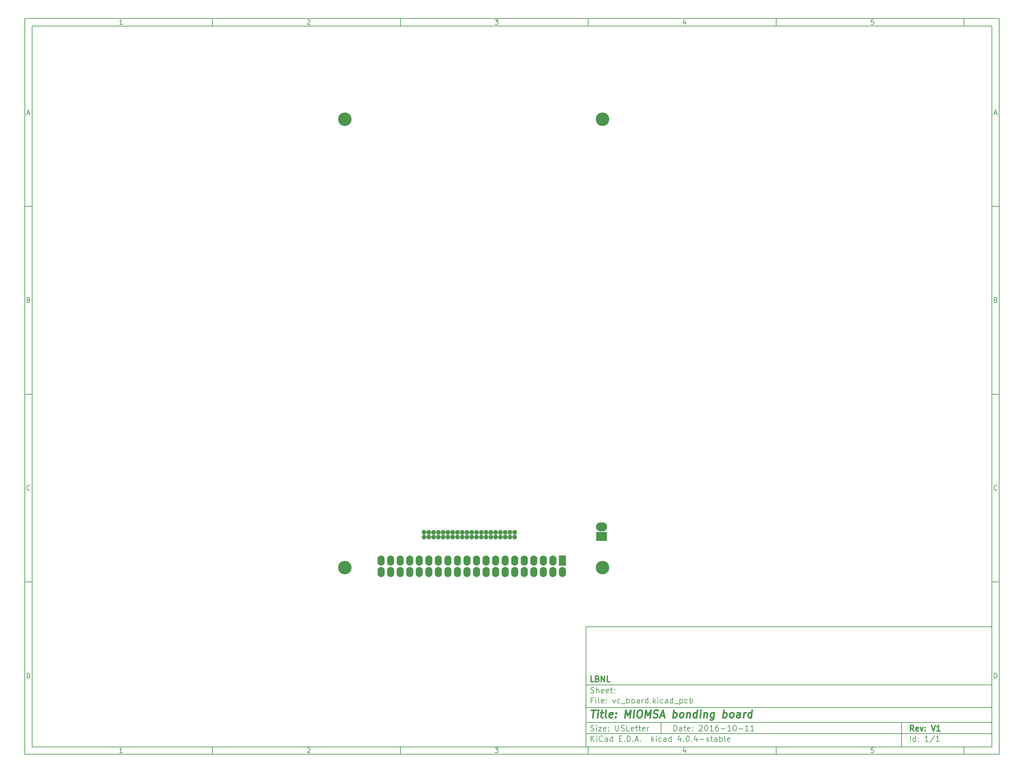
<source format=gbr>
G04 #@! TF.FileFunction,Soldermask,Bot*
%FSLAX46Y46*%
G04 Gerber Fmt 4.6, Leading zero omitted, Abs format (unit mm)*
G04 Created by KiCad (PCBNEW 4.0.4-stable) date 2016 October 17, Monday 14:47:50*
%MOMM*%
%LPD*%
G01*
G04 APERTURE LIST*
%ADD10C,0.100000*%
%ADD11C,0.150000*%
%ADD12C,0.300000*%
%ADD13C,0.400000*%
%ADD14C,1.300000*%
%ADD15R,3.000000X2.400000*%
%ADD16O,3.000000X2.400000*%
%ADD17C,3.600000*%
%ADD18R,1.924000X2.686000*%
%ADD19O,1.924000X2.686000*%
G04 APERTURE END LIST*
D10*
D11*
X159400000Y-171900000D02*
X159400000Y-203900000D01*
X267400000Y-203900000D01*
X267400000Y-171900000D01*
X159400000Y-171900000D01*
D10*
D11*
X10000000Y-10000000D02*
X10000000Y-205900000D01*
X269400000Y-205900000D01*
X269400000Y-10000000D01*
X10000000Y-10000000D01*
D10*
D11*
X12000000Y-12000000D02*
X12000000Y-203900000D01*
X267400000Y-203900000D01*
X267400000Y-12000000D01*
X12000000Y-12000000D01*
D10*
D11*
X60000000Y-12000000D02*
X60000000Y-10000000D01*
D10*
D11*
X110000000Y-12000000D02*
X110000000Y-10000000D01*
D10*
D11*
X160000000Y-12000000D02*
X160000000Y-10000000D01*
D10*
D11*
X210000000Y-12000000D02*
X210000000Y-10000000D01*
D10*
D11*
X260000000Y-12000000D02*
X260000000Y-10000000D01*
D10*
D11*
X35990476Y-11588095D02*
X35247619Y-11588095D01*
X35619048Y-11588095D02*
X35619048Y-10288095D01*
X35495238Y-10473810D01*
X35371429Y-10597619D01*
X35247619Y-10659524D01*
D10*
D11*
X85247619Y-10411905D02*
X85309524Y-10350000D01*
X85433333Y-10288095D01*
X85742857Y-10288095D01*
X85866667Y-10350000D01*
X85928571Y-10411905D01*
X85990476Y-10535714D01*
X85990476Y-10659524D01*
X85928571Y-10845238D01*
X85185714Y-11588095D01*
X85990476Y-11588095D01*
D10*
D11*
X135185714Y-10288095D02*
X135990476Y-10288095D01*
X135557143Y-10783333D01*
X135742857Y-10783333D01*
X135866667Y-10845238D01*
X135928571Y-10907143D01*
X135990476Y-11030952D01*
X135990476Y-11340476D01*
X135928571Y-11464286D01*
X135866667Y-11526190D01*
X135742857Y-11588095D01*
X135371429Y-11588095D01*
X135247619Y-11526190D01*
X135185714Y-11464286D01*
D10*
D11*
X185866667Y-10721429D02*
X185866667Y-11588095D01*
X185557143Y-10226190D02*
X185247619Y-11154762D01*
X186052381Y-11154762D01*
D10*
D11*
X235928571Y-10288095D02*
X235309524Y-10288095D01*
X235247619Y-10907143D01*
X235309524Y-10845238D01*
X235433333Y-10783333D01*
X235742857Y-10783333D01*
X235866667Y-10845238D01*
X235928571Y-10907143D01*
X235990476Y-11030952D01*
X235990476Y-11340476D01*
X235928571Y-11464286D01*
X235866667Y-11526190D01*
X235742857Y-11588095D01*
X235433333Y-11588095D01*
X235309524Y-11526190D01*
X235247619Y-11464286D01*
D10*
D11*
X60000000Y-203900000D02*
X60000000Y-205900000D01*
D10*
D11*
X110000000Y-203900000D02*
X110000000Y-205900000D01*
D10*
D11*
X160000000Y-203900000D02*
X160000000Y-205900000D01*
D10*
D11*
X210000000Y-203900000D02*
X210000000Y-205900000D01*
D10*
D11*
X260000000Y-203900000D02*
X260000000Y-205900000D01*
D10*
D11*
X35990476Y-205488095D02*
X35247619Y-205488095D01*
X35619048Y-205488095D02*
X35619048Y-204188095D01*
X35495238Y-204373810D01*
X35371429Y-204497619D01*
X35247619Y-204559524D01*
D10*
D11*
X85247619Y-204311905D02*
X85309524Y-204250000D01*
X85433333Y-204188095D01*
X85742857Y-204188095D01*
X85866667Y-204250000D01*
X85928571Y-204311905D01*
X85990476Y-204435714D01*
X85990476Y-204559524D01*
X85928571Y-204745238D01*
X85185714Y-205488095D01*
X85990476Y-205488095D01*
D10*
D11*
X135185714Y-204188095D02*
X135990476Y-204188095D01*
X135557143Y-204683333D01*
X135742857Y-204683333D01*
X135866667Y-204745238D01*
X135928571Y-204807143D01*
X135990476Y-204930952D01*
X135990476Y-205240476D01*
X135928571Y-205364286D01*
X135866667Y-205426190D01*
X135742857Y-205488095D01*
X135371429Y-205488095D01*
X135247619Y-205426190D01*
X135185714Y-205364286D01*
D10*
D11*
X185866667Y-204621429D02*
X185866667Y-205488095D01*
X185557143Y-204126190D02*
X185247619Y-205054762D01*
X186052381Y-205054762D01*
D10*
D11*
X235928571Y-204188095D02*
X235309524Y-204188095D01*
X235247619Y-204807143D01*
X235309524Y-204745238D01*
X235433333Y-204683333D01*
X235742857Y-204683333D01*
X235866667Y-204745238D01*
X235928571Y-204807143D01*
X235990476Y-204930952D01*
X235990476Y-205240476D01*
X235928571Y-205364286D01*
X235866667Y-205426190D01*
X235742857Y-205488095D01*
X235433333Y-205488095D01*
X235309524Y-205426190D01*
X235247619Y-205364286D01*
D10*
D11*
X10000000Y-60000000D02*
X12000000Y-60000000D01*
D10*
D11*
X10000000Y-110000000D02*
X12000000Y-110000000D01*
D10*
D11*
X10000000Y-160000000D02*
X12000000Y-160000000D01*
D10*
D11*
X10690476Y-35216667D02*
X11309524Y-35216667D01*
X10566667Y-35588095D02*
X11000000Y-34288095D01*
X11433333Y-35588095D01*
D10*
D11*
X11092857Y-84907143D02*
X11278571Y-84969048D01*
X11340476Y-85030952D01*
X11402381Y-85154762D01*
X11402381Y-85340476D01*
X11340476Y-85464286D01*
X11278571Y-85526190D01*
X11154762Y-85588095D01*
X10659524Y-85588095D01*
X10659524Y-84288095D01*
X11092857Y-84288095D01*
X11216667Y-84350000D01*
X11278571Y-84411905D01*
X11340476Y-84535714D01*
X11340476Y-84659524D01*
X11278571Y-84783333D01*
X11216667Y-84845238D01*
X11092857Y-84907143D01*
X10659524Y-84907143D01*
D10*
D11*
X11402381Y-135464286D02*
X11340476Y-135526190D01*
X11154762Y-135588095D01*
X11030952Y-135588095D01*
X10845238Y-135526190D01*
X10721429Y-135402381D01*
X10659524Y-135278571D01*
X10597619Y-135030952D01*
X10597619Y-134845238D01*
X10659524Y-134597619D01*
X10721429Y-134473810D01*
X10845238Y-134350000D01*
X11030952Y-134288095D01*
X11154762Y-134288095D01*
X11340476Y-134350000D01*
X11402381Y-134411905D01*
D10*
D11*
X10659524Y-185588095D02*
X10659524Y-184288095D01*
X10969048Y-184288095D01*
X11154762Y-184350000D01*
X11278571Y-184473810D01*
X11340476Y-184597619D01*
X11402381Y-184845238D01*
X11402381Y-185030952D01*
X11340476Y-185278571D01*
X11278571Y-185402381D01*
X11154762Y-185526190D01*
X10969048Y-185588095D01*
X10659524Y-185588095D01*
D10*
D11*
X269400000Y-60000000D02*
X267400000Y-60000000D01*
D10*
D11*
X269400000Y-110000000D02*
X267400000Y-110000000D01*
D10*
D11*
X269400000Y-160000000D02*
X267400000Y-160000000D01*
D10*
D11*
X268090476Y-35216667D02*
X268709524Y-35216667D01*
X267966667Y-35588095D02*
X268400000Y-34288095D01*
X268833333Y-35588095D01*
D10*
D11*
X268492857Y-84907143D02*
X268678571Y-84969048D01*
X268740476Y-85030952D01*
X268802381Y-85154762D01*
X268802381Y-85340476D01*
X268740476Y-85464286D01*
X268678571Y-85526190D01*
X268554762Y-85588095D01*
X268059524Y-85588095D01*
X268059524Y-84288095D01*
X268492857Y-84288095D01*
X268616667Y-84350000D01*
X268678571Y-84411905D01*
X268740476Y-84535714D01*
X268740476Y-84659524D01*
X268678571Y-84783333D01*
X268616667Y-84845238D01*
X268492857Y-84907143D01*
X268059524Y-84907143D01*
D10*
D11*
X268802381Y-135464286D02*
X268740476Y-135526190D01*
X268554762Y-135588095D01*
X268430952Y-135588095D01*
X268245238Y-135526190D01*
X268121429Y-135402381D01*
X268059524Y-135278571D01*
X267997619Y-135030952D01*
X267997619Y-134845238D01*
X268059524Y-134597619D01*
X268121429Y-134473810D01*
X268245238Y-134350000D01*
X268430952Y-134288095D01*
X268554762Y-134288095D01*
X268740476Y-134350000D01*
X268802381Y-134411905D01*
D10*
D11*
X268059524Y-185588095D02*
X268059524Y-184288095D01*
X268369048Y-184288095D01*
X268554762Y-184350000D01*
X268678571Y-184473810D01*
X268740476Y-184597619D01*
X268802381Y-184845238D01*
X268802381Y-185030952D01*
X268740476Y-185278571D01*
X268678571Y-185402381D01*
X268554762Y-185526190D01*
X268369048Y-185588095D01*
X268059524Y-185588095D01*
D10*
D11*
X182757143Y-199678571D02*
X182757143Y-198178571D01*
X183114286Y-198178571D01*
X183328571Y-198250000D01*
X183471429Y-198392857D01*
X183542857Y-198535714D01*
X183614286Y-198821429D01*
X183614286Y-199035714D01*
X183542857Y-199321429D01*
X183471429Y-199464286D01*
X183328571Y-199607143D01*
X183114286Y-199678571D01*
X182757143Y-199678571D01*
X184900000Y-199678571D02*
X184900000Y-198892857D01*
X184828571Y-198750000D01*
X184685714Y-198678571D01*
X184400000Y-198678571D01*
X184257143Y-198750000D01*
X184900000Y-199607143D02*
X184757143Y-199678571D01*
X184400000Y-199678571D01*
X184257143Y-199607143D01*
X184185714Y-199464286D01*
X184185714Y-199321429D01*
X184257143Y-199178571D01*
X184400000Y-199107143D01*
X184757143Y-199107143D01*
X184900000Y-199035714D01*
X185400000Y-198678571D02*
X185971429Y-198678571D01*
X185614286Y-198178571D02*
X185614286Y-199464286D01*
X185685714Y-199607143D01*
X185828572Y-199678571D01*
X185971429Y-199678571D01*
X187042857Y-199607143D02*
X186900000Y-199678571D01*
X186614286Y-199678571D01*
X186471429Y-199607143D01*
X186400000Y-199464286D01*
X186400000Y-198892857D01*
X186471429Y-198750000D01*
X186614286Y-198678571D01*
X186900000Y-198678571D01*
X187042857Y-198750000D01*
X187114286Y-198892857D01*
X187114286Y-199035714D01*
X186400000Y-199178571D01*
X187757143Y-199535714D02*
X187828571Y-199607143D01*
X187757143Y-199678571D01*
X187685714Y-199607143D01*
X187757143Y-199535714D01*
X187757143Y-199678571D01*
X187757143Y-198750000D02*
X187828571Y-198821429D01*
X187757143Y-198892857D01*
X187685714Y-198821429D01*
X187757143Y-198750000D01*
X187757143Y-198892857D01*
X189542857Y-198321429D02*
X189614286Y-198250000D01*
X189757143Y-198178571D01*
X190114286Y-198178571D01*
X190257143Y-198250000D01*
X190328572Y-198321429D01*
X190400000Y-198464286D01*
X190400000Y-198607143D01*
X190328572Y-198821429D01*
X189471429Y-199678571D01*
X190400000Y-199678571D01*
X191328571Y-198178571D02*
X191471428Y-198178571D01*
X191614285Y-198250000D01*
X191685714Y-198321429D01*
X191757143Y-198464286D01*
X191828571Y-198750000D01*
X191828571Y-199107143D01*
X191757143Y-199392857D01*
X191685714Y-199535714D01*
X191614285Y-199607143D01*
X191471428Y-199678571D01*
X191328571Y-199678571D01*
X191185714Y-199607143D01*
X191114285Y-199535714D01*
X191042857Y-199392857D01*
X190971428Y-199107143D01*
X190971428Y-198750000D01*
X191042857Y-198464286D01*
X191114285Y-198321429D01*
X191185714Y-198250000D01*
X191328571Y-198178571D01*
X193257142Y-199678571D02*
X192399999Y-199678571D01*
X192828571Y-199678571D02*
X192828571Y-198178571D01*
X192685714Y-198392857D01*
X192542856Y-198535714D01*
X192399999Y-198607143D01*
X194542856Y-198178571D02*
X194257142Y-198178571D01*
X194114285Y-198250000D01*
X194042856Y-198321429D01*
X193899999Y-198535714D01*
X193828570Y-198821429D01*
X193828570Y-199392857D01*
X193899999Y-199535714D01*
X193971427Y-199607143D01*
X194114285Y-199678571D01*
X194399999Y-199678571D01*
X194542856Y-199607143D01*
X194614285Y-199535714D01*
X194685713Y-199392857D01*
X194685713Y-199035714D01*
X194614285Y-198892857D01*
X194542856Y-198821429D01*
X194399999Y-198750000D01*
X194114285Y-198750000D01*
X193971427Y-198821429D01*
X193899999Y-198892857D01*
X193828570Y-199035714D01*
X195328570Y-199107143D02*
X196471427Y-199107143D01*
X197971427Y-199678571D02*
X197114284Y-199678571D01*
X197542856Y-199678571D02*
X197542856Y-198178571D01*
X197399999Y-198392857D01*
X197257141Y-198535714D01*
X197114284Y-198607143D01*
X198899998Y-198178571D02*
X199042855Y-198178571D01*
X199185712Y-198250000D01*
X199257141Y-198321429D01*
X199328570Y-198464286D01*
X199399998Y-198750000D01*
X199399998Y-199107143D01*
X199328570Y-199392857D01*
X199257141Y-199535714D01*
X199185712Y-199607143D01*
X199042855Y-199678571D01*
X198899998Y-199678571D01*
X198757141Y-199607143D01*
X198685712Y-199535714D01*
X198614284Y-199392857D01*
X198542855Y-199107143D01*
X198542855Y-198750000D01*
X198614284Y-198464286D01*
X198685712Y-198321429D01*
X198757141Y-198250000D01*
X198899998Y-198178571D01*
X200042855Y-199107143D02*
X201185712Y-199107143D01*
X202685712Y-199678571D02*
X201828569Y-199678571D01*
X202257141Y-199678571D02*
X202257141Y-198178571D01*
X202114284Y-198392857D01*
X201971426Y-198535714D01*
X201828569Y-198607143D01*
X204114283Y-199678571D02*
X203257140Y-199678571D01*
X203685712Y-199678571D02*
X203685712Y-198178571D01*
X203542855Y-198392857D01*
X203399997Y-198535714D01*
X203257140Y-198607143D01*
D10*
D11*
X159400000Y-200400000D02*
X267400000Y-200400000D01*
D10*
D11*
X160757143Y-202478571D02*
X160757143Y-200978571D01*
X161614286Y-202478571D02*
X160971429Y-201621429D01*
X161614286Y-200978571D02*
X160757143Y-201835714D01*
X162257143Y-202478571D02*
X162257143Y-201478571D01*
X162257143Y-200978571D02*
X162185714Y-201050000D01*
X162257143Y-201121429D01*
X162328571Y-201050000D01*
X162257143Y-200978571D01*
X162257143Y-201121429D01*
X163828572Y-202335714D02*
X163757143Y-202407143D01*
X163542857Y-202478571D01*
X163400000Y-202478571D01*
X163185715Y-202407143D01*
X163042857Y-202264286D01*
X162971429Y-202121429D01*
X162900000Y-201835714D01*
X162900000Y-201621429D01*
X162971429Y-201335714D01*
X163042857Y-201192857D01*
X163185715Y-201050000D01*
X163400000Y-200978571D01*
X163542857Y-200978571D01*
X163757143Y-201050000D01*
X163828572Y-201121429D01*
X165114286Y-202478571D02*
X165114286Y-201692857D01*
X165042857Y-201550000D01*
X164900000Y-201478571D01*
X164614286Y-201478571D01*
X164471429Y-201550000D01*
X165114286Y-202407143D02*
X164971429Y-202478571D01*
X164614286Y-202478571D01*
X164471429Y-202407143D01*
X164400000Y-202264286D01*
X164400000Y-202121429D01*
X164471429Y-201978571D01*
X164614286Y-201907143D01*
X164971429Y-201907143D01*
X165114286Y-201835714D01*
X166471429Y-202478571D02*
X166471429Y-200978571D01*
X166471429Y-202407143D02*
X166328572Y-202478571D01*
X166042858Y-202478571D01*
X165900000Y-202407143D01*
X165828572Y-202335714D01*
X165757143Y-202192857D01*
X165757143Y-201764286D01*
X165828572Y-201621429D01*
X165900000Y-201550000D01*
X166042858Y-201478571D01*
X166328572Y-201478571D01*
X166471429Y-201550000D01*
X168328572Y-201692857D02*
X168828572Y-201692857D01*
X169042858Y-202478571D02*
X168328572Y-202478571D01*
X168328572Y-200978571D01*
X169042858Y-200978571D01*
X169685715Y-202335714D02*
X169757143Y-202407143D01*
X169685715Y-202478571D01*
X169614286Y-202407143D01*
X169685715Y-202335714D01*
X169685715Y-202478571D01*
X170400001Y-202478571D02*
X170400001Y-200978571D01*
X170757144Y-200978571D01*
X170971429Y-201050000D01*
X171114287Y-201192857D01*
X171185715Y-201335714D01*
X171257144Y-201621429D01*
X171257144Y-201835714D01*
X171185715Y-202121429D01*
X171114287Y-202264286D01*
X170971429Y-202407143D01*
X170757144Y-202478571D01*
X170400001Y-202478571D01*
X171900001Y-202335714D02*
X171971429Y-202407143D01*
X171900001Y-202478571D01*
X171828572Y-202407143D01*
X171900001Y-202335714D01*
X171900001Y-202478571D01*
X172542858Y-202050000D02*
X173257144Y-202050000D01*
X172400001Y-202478571D02*
X172900001Y-200978571D01*
X173400001Y-202478571D01*
X173900001Y-202335714D02*
X173971429Y-202407143D01*
X173900001Y-202478571D01*
X173828572Y-202407143D01*
X173900001Y-202335714D01*
X173900001Y-202478571D01*
X176900001Y-202478571D02*
X176900001Y-200978571D01*
X177042858Y-201907143D02*
X177471429Y-202478571D01*
X177471429Y-201478571D02*
X176900001Y-202050000D01*
X178114287Y-202478571D02*
X178114287Y-201478571D01*
X178114287Y-200978571D02*
X178042858Y-201050000D01*
X178114287Y-201121429D01*
X178185715Y-201050000D01*
X178114287Y-200978571D01*
X178114287Y-201121429D01*
X179471430Y-202407143D02*
X179328573Y-202478571D01*
X179042859Y-202478571D01*
X178900001Y-202407143D01*
X178828573Y-202335714D01*
X178757144Y-202192857D01*
X178757144Y-201764286D01*
X178828573Y-201621429D01*
X178900001Y-201550000D01*
X179042859Y-201478571D01*
X179328573Y-201478571D01*
X179471430Y-201550000D01*
X180757144Y-202478571D02*
X180757144Y-201692857D01*
X180685715Y-201550000D01*
X180542858Y-201478571D01*
X180257144Y-201478571D01*
X180114287Y-201550000D01*
X180757144Y-202407143D02*
X180614287Y-202478571D01*
X180257144Y-202478571D01*
X180114287Y-202407143D01*
X180042858Y-202264286D01*
X180042858Y-202121429D01*
X180114287Y-201978571D01*
X180257144Y-201907143D01*
X180614287Y-201907143D01*
X180757144Y-201835714D01*
X182114287Y-202478571D02*
X182114287Y-200978571D01*
X182114287Y-202407143D02*
X181971430Y-202478571D01*
X181685716Y-202478571D01*
X181542858Y-202407143D01*
X181471430Y-202335714D01*
X181400001Y-202192857D01*
X181400001Y-201764286D01*
X181471430Y-201621429D01*
X181542858Y-201550000D01*
X181685716Y-201478571D01*
X181971430Y-201478571D01*
X182114287Y-201550000D01*
X184614287Y-201478571D02*
X184614287Y-202478571D01*
X184257144Y-200907143D02*
X183900001Y-201978571D01*
X184828573Y-201978571D01*
X185400001Y-202335714D02*
X185471429Y-202407143D01*
X185400001Y-202478571D01*
X185328572Y-202407143D01*
X185400001Y-202335714D01*
X185400001Y-202478571D01*
X186400001Y-200978571D02*
X186542858Y-200978571D01*
X186685715Y-201050000D01*
X186757144Y-201121429D01*
X186828573Y-201264286D01*
X186900001Y-201550000D01*
X186900001Y-201907143D01*
X186828573Y-202192857D01*
X186757144Y-202335714D01*
X186685715Y-202407143D01*
X186542858Y-202478571D01*
X186400001Y-202478571D01*
X186257144Y-202407143D01*
X186185715Y-202335714D01*
X186114287Y-202192857D01*
X186042858Y-201907143D01*
X186042858Y-201550000D01*
X186114287Y-201264286D01*
X186185715Y-201121429D01*
X186257144Y-201050000D01*
X186400001Y-200978571D01*
X187542858Y-202335714D02*
X187614286Y-202407143D01*
X187542858Y-202478571D01*
X187471429Y-202407143D01*
X187542858Y-202335714D01*
X187542858Y-202478571D01*
X188900001Y-201478571D02*
X188900001Y-202478571D01*
X188542858Y-200907143D02*
X188185715Y-201978571D01*
X189114287Y-201978571D01*
X189685715Y-201907143D02*
X190828572Y-201907143D01*
X191471429Y-202407143D02*
X191614286Y-202478571D01*
X191900001Y-202478571D01*
X192042858Y-202407143D01*
X192114286Y-202264286D01*
X192114286Y-202192857D01*
X192042858Y-202050000D01*
X191900001Y-201978571D01*
X191685715Y-201978571D01*
X191542858Y-201907143D01*
X191471429Y-201764286D01*
X191471429Y-201692857D01*
X191542858Y-201550000D01*
X191685715Y-201478571D01*
X191900001Y-201478571D01*
X192042858Y-201550000D01*
X192542858Y-201478571D02*
X193114287Y-201478571D01*
X192757144Y-200978571D02*
X192757144Y-202264286D01*
X192828572Y-202407143D01*
X192971430Y-202478571D01*
X193114287Y-202478571D01*
X194257144Y-202478571D02*
X194257144Y-201692857D01*
X194185715Y-201550000D01*
X194042858Y-201478571D01*
X193757144Y-201478571D01*
X193614287Y-201550000D01*
X194257144Y-202407143D02*
X194114287Y-202478571D01*
X193757144Y-202478571D01*
X193614287Y-202407143D01*
X193542858Y-202264286D01*
X193542858Y-202121429D01*
X193614287Y-201978571D01*
X193757144Y-201907143D01*
X194114287Y-201907143D01*
X194257144Y-201835714D01*
X194971430Y-202478571D02*
X194971430Y-200978571D01*
X194971430Y-201550000D02*
X195114287Y-201478571D01*
X195400001Y-201478571D01*
X195542858Y-201550000D01*
X195614287Y-201621429D01*
X195685716Y-201764286D01*
X195685716Y-202192857D01*
X195614287Y-202335714D01*
X195542858Y-202407143D01*
X195400001Y-202478571D01*
X195114287Y-202478571D01*
X194971430Y-202407143D01*
X196542859Y-202478571D02*
X196400001Y-202407143D01*
X196328573Y-202264286D01*
X196328573Y-200978571D01*
X197685715Y-202407143D02*
X197542858Y-202478571D01*
X197257144Y-202478571D01*
X197114287Y-202407143D01*
X197042858Y-202264286D01*
X197042858Y-201692857D01*
X197114287Y-201550000D01*
X197257144Y-201478571D01*
X197542858Y-201478571D01*
X197685715Y-201550000D01*
X197757144Y-201692857D01*
X197757144Y-201835714D01*
X197042858Y-201978571D01*
D10*
D11*
X159400000Y-197400000D02*
X267400000Y-197400000D01*
D10*
D12*
X246614286Y-199678571D02*
X246114286Y-198964286D01*
X245757143Y-199678571D02*
X245757143Y-198178571D01*
X246328571Y-198178571D01*
X246471429Y-198250000D01*
X246542857Y-198321429D01*
X246614286Y-198464286D01*
X246614286Y-198678571D01*
X246542857Y-198821429D01*
X246471429Y-198892857D01*
X246328571Y-198964286D01*
X245757143Y-198964286D01*
X247828571Y-199607143D02*
X247685714Y-199678571D01*
X247400000Y-199678571D01*
X247257143Y-199607143D01*
X247185714Y-199464286D01*
X247185714Y-198892857D01*
X247257143Y-198750000D01*
X247400000Y-198678571D01*
X247685714Y-198678571D01*
X247828571Y-198750000D01*
X247900000Y-198892857D01*
X247900000Y-199035714D01*
X247185714Y-199178571D01*
X248400000Y-198678571D02*
X248757143Y-199678571D01*
X249114285Y-198678571D01*
X249685714Y-199535714D02*
X249757142Y-199607143D01*
X249685714Y-199678571D01*
X249614285Y-199607143D01*
X249685714Y-199535714D01*
X249685714Y-199678571D01*
X249685714Y-198750000D02*
X249757142Y-198821429D01*
X249685714Y-198892857D01*
X249614285Y-198821429D01*
X249685714Y-198750000D01*
X249685714Y-198892857D01*
X251328571Y-198178571D02*
X251828571Y-199678571D01*
X252328571Y-198178571D01*
X253614285Y-199678571D02*
X252757142Y-199678571D01*
X253185714Y-199678571D02*
X253185714Y-198178571D01*
X253042857Y-198392857D01*
X252899999Y-198535714D01*
X252757142Y-198607143D01*
D10*
D11*
X160685714Y-199607143D02*
X160900000Y-199678571D01*
X161257143Y-199678571D01*
X161400000Y-199607143D01*
X161471429Y-199535714D01*
X161542857Y-199392857D01*
X161542857Y-199250000D01*
X161471429Y-199107143D01*
X161400000Y-199035714D01*
X161257143Y-198964286D01*
X160971429Y-198892857D01*
X160828571Y-198821429D01*
X160757143Y-198750000D01*
X160685714Y-198607143D01*
X160685714Y-198464286D01*
X160757143Y-198321429D01*
X160828571Y-198250000D01*
X160971429Y-198178571D01*
X161328571Y-198178571D01*
X161542857Y-198250000D01*
X162185714Y-199678571D02*
X162185714Y-198678571D01*
X162185714Y-198178571D02*
X162114285Y-198250000D01*
X162185714Y-198321429D01*
X162257142Y-198250000D01*
X162185714Y-198178571D01*
X162185714Y-198321429D01*
X162757143Y-198678571D02*
X163542857Y-198678571D01*
X162757143Y-199678571D01*
X163542857Y-199678571D01*
X164685714Y-199607143D02*
X164542857Y-199678571D01*
X164257143Y-199678571D01*
X164114286Y-199607143D01*
X164042857Y-199464286D01*
X164042857Y-198892857D01*
X164114286Y-198750000D01*
X164257143Y-198678571D01*
X164542857Y-198678571D01*
X164685714Y-198750000D01*
X164757143Y-198892857D01*
X164757143Y-199035714D01*
X164042857Y-199178571D01*
X165400000Y-199535714D02*
X165471428Y-199607143D01*
X165400000Y-199678571D01*
X165328571Y-199607143D01*
X165400000Y-199535714D01*
X165400000Y-199678571D01*
X165400000Y-198750000D02*
X165471428Y-198821429D01*
X165400000Y-198892857D01*
X165328571Y-198821429D01*
X165400000Y-198750000D01*
X165400000Y-198892857D01*
X167257143Y-198178571D02*
X167257143Y-199392857D01*
X167328571Y-199535714D01*
X167400000Y-199607143D01*
X167542857Y-199678571D01*
X167828571Y-199678571D01*
X167971429Y-199607143D01*
X168042857Y-199535714D01*
X168114286Y-199392857D01*
X168114286Y-198178571D01*
X168757143Y-199607143D02*
X168971429Y-199678571D01*
X169328572Y-199678571D01*
X169471429Y-199607143D01*
X169542858Y-199535714D01*
X169614286Y-199392857D01*
X169614286Y-199250000D01*
X169542858Y-199107143D01*
X169471429Y-199035714D01*
X169328572Y-198964286D01*
X169042858Y-198892857D01*
X168900000Y-198821429D01*
X168828572Y-198750000D01*
X168757143Y-198607143D01*
X168757143Y-198464286D01*
X168828572Y-198321429D01*
X168900000Y-198250000D01*
X169042858Y-198178571D01*
X169400000Y-198178571D01*
X169614286Y-198250000D01*
X170971429Y-199678571D02*
X170257143Y-199678571D01*
X170257143Y-198178571D01*
X172042857Y-199607143D02*
X171900000Y-199678571D01*
X171614286Y-199678571D01*
X171471429Y-199607143D01*
X171400000Y-199464286D01*
X171400000Y-198892857D01*
X171471429Y-198750000D01*
X171614286Y-198678571D01*
X171900000Y-198678571D01*
X172042857Y-198750000D01*
X172114286Y-198892857D01*
X172114286Y-199035714D01*
X171400000Y-199178571D01*
X172542857Y-198678571D02*
X173114286Y-198678571D01*
X172757143Y-198178571D02*
X172757143Y-199464286D01*
X172828571Y-199607143D01*
X172971429Y-199678571D01*
X173114286Y-199678571D01*
X173400000Y-198678571D02*
X173971429Y-198678571D01*
X173614286Y-198178571D02*
X173614286Y-199464286D01*
X173685714Y-199607143D01*
X173828572Y-199678571D01*
X173971429Y-199678571D01*
X175042857Y-199607143D02*
X174900000Y-199678571D01*
X174614286Y-199678571D01*
X174471429Y-199607143D01*
X174400000Y-199464286D01*
X174400000Y-198892857D01*
X174471429Y-198750000D01*
X174614286Y-198678571D01*
X174900000Y-198678571D01*
X175042857Y-198750000D01*
X175114286Y-198892857D01*
X175114286Y-199035714D01*
X174400000Y-199178571D01*
X175757143Y-199678571D02*
X175757143Y-198678571D01*
X175757143Y-198964286D02*
X175828571Y-198821429D01*
X175900000Y-198750000D01*
X176042857Y-198678571D01*
X176185714Y-198678571D01*
D10*
D11*
X245757143Y-202478571D02*
X245757143Y-200978571D01*
X247114286Y-202478571D02*
X247114286Y-200978571D01*
X247114286Y-202407143D02*
X246971429Y-202478571D01*
X246685715Y-202478571D01*
X246542857Y-202407143D01*
X246471429Y-202335714D01*
X246400000Y-202192857D01*
X246400000Y-201764286D01*
X246471429Y-201621429D01*
X246542857Y-201550000D01*
X246685715Y-201478571D01*
X246971429Y-201478571D01*
X247114286Y-201550000D01*
X247828572Y-202335714D02*
X247900000Y-202407143D01*
X247828572Y-202478571D01*
X247757143Y-202407143D01*
X247828572Y-202335714D01*
X247828572Y-202478571D01*
X247828572Y-201550000D02*
X247900000Y-201621429D01*
X247828572Y-201692857D01*
X247757143Y-201621429D01*
X247828572Y-201550000D01*
X247828572Y-201692857D01*
X250471429Y-202478571D02*
X249614286Y-202478571D01*
X250042858Y-202478571D02*
X250042858Y-200978571D01*
X249900001Y-201192857D01*
X249757143Y-201335714D01*
X249614286Y-201407143D01*
X252185714Y-200907143D02*
X250900000Y-202835714D01*
X253471429Y-202478571D02*
X252614286Y-202478571D01*
X253042858Y-202478571D02*
X253042858Y-200978571D01*
X252900001Y-201192857D01*
X252757143Y-201335714D01*
X252614286Y-201407143D01*
D10*
D11*
X159400000Y-193400000D02*
X267400000Y-193400000D01*
D10*
D13*
X160852381Y-194104762D02*
X161995238Y-194104762D01*
X161173810Y-196104762D02*
X161423810Y-194104762D01*
X162411905Y-196104762D02*
X162578571Y-194771429D01*
X162661905Y-194104762D02*
X162554762Y-194200000D01*
X162638095Y-194295238D01*
X162745239Y-194200000D01*
X162661905Y-194104762D01*
X162638095Y-194295238D01*
X163245238Y-194771429D02*
X164007143Y-194771429D01*
X163614286Y-194104762D02*
X163400000Y-195819048D01*
X163471430Y-196009524D01*
X163650001Y-196104762D01*
X163840477Y-196104762D01*
X164792858Y-196104762D02*
X164614287Y-196009524D01*
X164542857Y-195819048D01*
X164757143Y-194104762D01*
X166328572Y-196009524D02*
X166126191Y-196104762D01*
X165745239Y-196104762D01*
X165566667Y-196009524D01*
X165495238Y-195819048D01*
X165590476Y-195057143D01*
X165709524Y-194866667D01*
X165911905Y-194771429D01*
X166292857Y-194771429D01*
X166471429Y-194866667D01*
X166542857Y-195057143D01*
X166519048Y-195247619D01*
X165542857Y-195438095D01*
X167292857Y-195914286D02*
X167376192Y-196009524D01*
X167269048Y-196104762D01*
X167185715Y-196009524D01*
X167292857Y-195914286D01*
X167269048Y-196104762D01*
X167423810Y-194866667D02*
X167507144Y-194961905D01*
X167400000Y-195057143D01*
X167316667Y-194961905D01*
X167423810Y-194866667D01*
X167400000Y-195057143D01*
X169745239Y-196104762D02*
X169995239Y-194104762D01*
X170483334Y-195533333D01*
X171328573Y-194104762D01*
X171078573Y-196104762D01*
X172030953Y-196104762D02*
X172280953Y-194104762D01*
X173614287Y-194104762D02*
X173995239Y-194104762D01*
X174173810Y-194200000D01*
X174340478Y-194390476D01*
X174388096Y-194771429D01*
X174304763Y-195438095D01*
X174161906Y-195819048D01*
X173947620Y-196009524D01*
X173745239Y-196104762D01*
X173364287Y-196104762D01*
X173185716Y-196009524D01*
X173019048Y-195819048D01*
X172971429Y-195438095D01*
X173054762Y-194771429D01*
X173197620Y-194390476D01*
X173411906Y-194200000D01*
X173614287Y-194104762D01*
X175078572Y-196104762D02*
X175328572Y-194104762D01*
X175816667Y-195533333D01*
X176661906Y-194104762D01*
X176411906Y-196104762D01*
X177280953Y-196009524D02*
X177554763Y-196104762D01*
X178030953Y-196104762D01*
X178233334Y-196009524D01*
X178340476Y-195914286D01*
X178459525Y-195723810D01*
X178483334Y-195533333D01*
X178411905Y-195342857D01*
X178328572Y-195247619D01*
X178150000Y-195152381D01*
X177780953Y-195057143D01*
X177602382Y-194961905D01*
X177519048Y-194866667D01*
X177447619Y-194676190D01*
X177471429Y-194485714D01*
X177590476Y-194295238D01*
X177697620Y-194200000D01*
X177900001Y-194104762D01*
X178376191Y-194104762D01*
X178650001Y-194200000D01*
X179245238Y-195533333D02*
X180197619Y-195533333D01*
X178983334Y-196104762D02*
X179900001Y-194104762D01*
X180316668Y-196104762D01*
X182507144Y-196104762D02*
X182757144Y-194104762D01*
X182661906Y-194866667D02*
X182864287Y-194771429D01*
X183245239Y-194771429D01*
X183423811Y-194866667D01*
X183507144Y-194961905D01*
X183578572Y-195152381D01*
X183507144Y-195723810D01*
X183388096Y-195914286D01*
X183280954Y-196009524D01*
X183078573Y-196104762D01*
X182697621Y-196104762D01*
X182519049Y-196009524D01*
X184602383Y-196104762D02*
X184423812Y-196009524D01*
X184340477Y-195914286D01*
X184269049Y-195723810D01*
X184340477Y-195152381D01*
X184459525Y-194961905D01*
X184566669Y-194866667D01*
X184769049Y-194771429D01*
X185054763Y-194771429D01*
X185233335Y-194866667D01*
X185316668Y-194961905D01*
X185388096Y-195152381D01*
X185316668Y-195723810D01*
X185197620Y-195914286D01*
X185090478Y-196009524D01*
X184888097Y-196104762D01*
X184602383Y-196104762D01*
X186292858Y-194771429D02*
X186126192Y-196104762D01*
X186269049Y-194961905D02*
X186376193Y-194866667D01*
X186578573Y-194771429D01*
X186864287Y-194771429D01*
X187042859Y-194866667D01*
X187114287Y-195057143D01*
X186983335Y-196104762D01*
X188792859Y-196104762D02*
X189042859Y-194104762D01*
X188804764Y-196009524D02*
X188602383Y-196104762D01*
X188221431Y-196104762D01*
X188042860Y-196009524D01*
X187959525Y-195914286D01*
X187888097Y-195723810D01*
X187959525Y-195152381D01*
X188078573Y-194961905D01*
X188185717Y-194866667D01*
X188388097Y-194771429D01*
X188769049Y-194771429D01*
X188947621Y-194866667D01*
X189745240Y-196104762D02*
X189911906Y-194771429D01*
X189995240Y-194104762D02*
X189888097Y-194200000D01*
X189971430Y-194295238D01*
X190078574Y-194200000D01*
X189995240Y-194104762D01*
X189971430Y-194295238D01*
X190864287Y-194771429D02*
X190697621Y-196104762D01*
X190840478Y-194961905D02*
X190947622Y-194866667D01*
X191150002Y-194771429D01*
X191435716Y-194771429D01*
X191614288Y-194866667D01*
X191685716Y-195057143D01*
X191554764Y-196104762D01*
X193530954Y-194771429D02*
X193328573Y-196390476D01*
X193209526Y-196580952D01*
X193102383Y-196676190D01*
X192900002Y-196771429D01*
X192614288Y-196771429D01*
X192435716Y-196676190D01*
X193376193Y-196009524D02*
X193173812Y-196104762D01*
X192792860Y-196104762D01*
X192614289Y-196009524D01*
X192530954Y-195914286D01*
X192459526Y-195723810D01*
X192530954Y-195152381D01*
X192650002Y-194961905D01*
X192757146Y-194866667D01*
X192959526Y-194771429D01*
X193340478Y-194771429D01*
X193519050Y-194866667D01*
X195840479Y-196104762D02*
X196090479Y-194104762D01*
X195995241Y-194866667D02*
X196197622Y-194771429D01*
X196578574Y-194771429D01*
X196757146Y-194866667D01*
X196840479Y-194961905D01*
X196911907Y-195152381D01*
X196840479Y-195723810D01*
X196721431Y-195914286D01*
X196614289Y-196009524D01*
X196411908Y-196104762D01*
X196030956Y-196104762D01*
X195852384Y-196009524D01*
X197935718Y-196104762D02*
X197757147Y-196009524D01*
X197673812Y-195914286D01*
X197602384Y-195723810D01*
X197673812Y-195152381D01*
X197792860Y-194961905D01*
X197900004Y-194866667D01*
X198102384Y-194771429D01*
X198388098Y-194771429D01*
X198566670Y-194866667D01*
X198650003Y-194961905D01*
X198721431Y-195152381D01*
X198650003Y-195723810D01*
X198530955Y-195914286D01*
X198423813Y-196009524D01*
X198221432Y-196104762D01*
X197935718Y-196104762D01*
X200316670Y-196104762D02*
X200447622Y-195057143D01*
X200376194Y-194866667D01*
X200197622Y-194771429D01*
X199816670Y-194771429D01*
X199614289Y-194866667D01*
X200328575Y-196009524D02*
X200126194Y-196104762D01*
X199650004Y-196104762D01*
X199471432Y-196009524D01*
X199400003Y-195819048D01*
X199423813Y-195628571D01*
X199542860Y-195438095D01*
X199745242Y-195342857D01*
X200221432Y-195342857D01*
X200423813Y-195247619D01*
X201269051Y-196104762D02*
X201435717Y-194771429D01*
X201388098Y-195152381D02*
X201507147Y-194961905D01*
X201614290Y-194866667D01*
X201816670Y-194771429D01*
X202007146Y-194771429D01*
X203364289Y-196104762D02*
X203614289Y-194104762D01*
X203376194Y-196009524D02*
X203173813Y-196104762D01*
X202792861Y-196104762D01*
X202614290Y-196009524D01*
X202530955Y-195914286D01*
X202459527Y-195723810D01*
X202530955Y-195152381D01*
X202650003Y-194961905D01*
X202757147Y-194866667D01*
X202959527Y-194771429D01*
X203340479Y-194771429D01*
X203519051Y-194866667D01*
D10*
D11*
X161257143Y-191492857D02*
X160757143Y-191492857D01*
X160757143Y-192278571D02*
X160757143Y-190778571D01*
X161471429Y-190778571D01*
X162042857Y-192278571D02*
X162042857Y-191278571D01*
X162042857Y-190778571D02*
X161971428Y-190850000D01*
X162042857Y-190921429D01*
X162114285Y-190850000D01*
X162042857Y-190778571D01*
X162042857Y-190921429D01*
X162971429Y-192278571D02*
X162828571Y-192207143D01*
X162757143Y-192064286D01*
X162757143Y-190778571D01*
X164114285Y-192207143D02*
X163971428Y-192278571D01*
X163685714Y-192278571D01*
X163542857Y-192207143D01*
X163471428Y-192064286D01*
X163471428Y-191492857D01*
X163542857Y-191350000D01*
X163685714Y-191278571D01*
X163971428Y-191278571D01*
X164114285Y-191350000D01*
X164185714Y-191492857D01*
X164185714Y-191635714D01*
X163471428Y-191778571D01*
X164828571Y-192135714D02*
X164899999Y-192207143D01*
X164828571Y-192278571D01*
X164757142Y-192207143D01*
X164828571Y-192135714D01*
X164828571Y-192278571D01*
X164828571Y-191350000D02*
X164899999Y-191421429D01*
X164828571Y-191492857D01*
X164757142Y-191421429D01*
X164828571Y-191350000D01*
X164828571Y-191492857D01*
X166542857Y-191278571D02*
X166900000Y-192278571D01*
X167257142Y-191278571D01*
X168471428Y-192207143D02*
X168328571Y-192278571D01*
X168042857Y-192278571D01*
X167899999Y-192207143D01*
X167828571Y-192135714D01*
X167757142Y-191992857D01*
X167757142Y-191564286D01*
X167828571Y-191421429D01*
X167899999Y-191350000D01*
X168042857Y-191278571D01*
X168328571Y-191278571D01*
X168471428Y-191350000D01*
X168757142Y-192421429D02*
X169899999Y-192421429D01*
X170257142Y-192278571D02*
X170257142Y-190778571D01*
X170257142Y-191350000D02*
X170399999Y-191278571D01*
X170685713Y-191278571D01*
X170828570Y-191350000D01*
X170899999Y-191421429D01*
X170971428Y-191564286D01*
X170971428Y-191992857D01*
X170899999Y-192135714D01*
X170828570Y-192207143D01*
X170685713Y-192278571D01*
X170399999Y-192278571D01*
X170257142Y-192207143D01*
X171828571Y-192278571D02*
X171685713Y-192207143D01*
X171614285Y-192135714D01*
X171542856Y-191992857D01*
X171542856Y-191564286D01*
X171614285Y-191421429D01*
X171685713Y-191350000D01*
X171828571Y-191278571D01*
X172042856Y-191278571D01*
X172185713Y-191350000D01*
X172257142Y-191421429D01*
X172328571Y-191564286D01*
X172328571Y-191992857D01*
X172257142Y-192135714D01*
X172185713Y-192207143D01*
X172042856Y-192278571D01*
X171828571Y-192278571D01*
X173614285Y-192278571D02*
X173614285Y-191492857D01*
X173542856Y-191350000D01*
X173399999Y-191278571D01*
X173114285Y-191278571D01*
X172971428Y-191350000D01*
X173614285Y-192207143D02*
X173471428Y-192278571D01*
X173114285Y-192278571D01*
X172971428Y-192207143D01*
X172899999Y-192064286D01*
X172899999Y-191921429D01*
X172971428Y-191778571D01*
X173114285Y-191707143D01*
X173471428Y-191707143D01*
X173614285Y-191635714D01*
X174328571Y-192278571D02*
X174328571Y-191278571D01*
X174328571Y-191564286D02*
X174399999Y-191421429D01*
X174471428Y-191350000D01*
X174614285Y-191278571D01*
X174757142Y-191278571D01*
X175899999Y-192278571D02*
X175899999Y-190778571D01*
X175899999Y-192207143D02*
X175757142Y-192278571D01*
X175471428Y-192278571D01*
X175328570Y-192207143D01*
X175257142Y-192135714D01*
X175185713Y-191992857D01*
X175185713Y-191564286D01*
X175257142Y-191421429D01*
X175328570Y-191350000D01*
X175471428Y-191278571D01*
X175757142Y-191278571D01*
X175899999Y-191350000D01*
X176614285Y-192135714D02*
X176685713Y-192207143D01*
X176614285Y-192278571D01*
X176542856Y-192207143D01*
X176614285Y-192135714D01*
X176614285Y-192278571D01*
X177328571Y-192278571D02*
X177328571Y-190778571D01*
X177471428Y-191707143D02*
X177899999Y-192278571D01*
X177899999Y-191278571D02*
X177328571Y-191850000D01*
X178542857Y-192278571D02*
X178542857Y-191278571D01*
X178542857Y-190778571D02*
X178471428Y-190850000D01*
X178542857Y-190921429D01*
X178614285Y-190850000D01*
X178542857Y-190778571D01*
X178542857Y-190921429D01*
X179900000Y-192207143D02*
X179757143Y-192278571D01*
X179471429Y-192278571D01*
X179328571Y-192207143D01*
X179257143Y-192135714D01*
X179185714Y-191992857D01*
X179185714Y-191564286D01*
X179257143Y-191421429D01*
X179328571Y-191350000D01*
X179471429Y-191278571D01*
X179757143Y-191278571D01*
X179900000Y-191350000D01*
X181185714Y-192278571D02*
X181185714Y-191492857D01*
X181114285Y-191350000D01*
X180971428Y-191278571D01*
X180685714Y-191278571D01*
X180542857Y-191350000D01*
X181185714Y-192207143D02*
X181042857Y-192278571D01*
X180685714Y-192278571D01*
X180542857Y-192207143D01*
X180471428Y-192064286D01*
X180471428Y-191921429D01*
X180542857Y-191778571D01*
X180685714Y-191707143D01*
X181042857Y-191707143D01*
X181185714Y-191635714D01*
X182542857Y-192278571D02*
X182542857Y-190778571D01*
X182542857Y-192207143D02*
X182400000Y-192278571D01*
X182114286Y-192278571D01*
X181971428Y-192207143D01*
X181900000Y-192135714D01*
X181828571Y-191992857D01*
X181828571Y-191564286D01*
X181900000Y-191421429D01*
X181971428Y-191350000D01*
X182114286Y-191278571D01*
X182400000Y-191278571D01*
X182542857Y-191350000D01*
X182900000Y-192421429D02*
X184042857Y-192421429D01*
X184400000Y-191278571D02*
X184400000Y-192778571D01*
X184400000Y-191350000D02*
X184542857Y-191278571D01*
X184828571Y-191278571D01*
X184971428Y-191350000D01*
X185042857Y-191421429D01*
X185114286Y-191564286D01*
X185114286Y-191992857D01*
X185042857Y-192135714D01*
X184971428Y-192207143D01*
X184828571Y-192278571D01*
X184542857Y-192278571D01*
X184400000Y-192207143D01*
X186400000Y-192207143D02*
X186257143Y-192278571D01*
X185971429Y-192278571D01*
X185828571Y-192207143D01*
X185757143Y-192135714D01*
X185685714Y-191992857D01*
X185685714Y-191564286D01*
X185757143Y-191421429D01*
X185828571Y-191350000D01*
X185971429Y-191278571D01*
X186257143Y-191278571D01*
X186400000Y-191350000D01*
X187042857Y-192278571D02*
X187042857Y-190778571D01*
X187042857Y-191350000D02*
X187185714Y-191278571D01*
X187471428Y-191278571D01*
X187614285Y-191350000D01*
X187685714Y-191421429D01*
X187757143Y-191564286D01*
X187757143Y-191992857D01*
X187685714Y-192135714D01*
X187614285Y-192207143D01*
X187471428Y-192278571D01*
X187185714Y-192278571D01*
X187042857Y-192207143D01*
D10*
D11*
X159400000Y-187400000D02*
X267400000Y-187400000D01*
D10*
D11*
X160685714Y-189507143D02*
X160900000Y-189578571D01*
X161257143Y-189578571D01*
X161400000Y-189507143D01*
X161471429Y-189435714D01*
X161542857Y-189292857D01*
X161542857Y-189150000D01*
X161471429Y-189007143D01*
X161400000Y-188935714D01*
X161257143Y-188864286D01*
X160971429Y-188792857D01*
X160828571Y-188721429D01*
X160757143Y-188650000D01*
X160685714Y-188507143D01*
X160685714Y-188364286D01*
X160757143Y-188221429D01*
X160828571Y-188150000D01*
X160971429Y-188078571D01*
X161328571Y-188078571D01*
X161542857Y-188150000D01*
X162185714Y-189578571D02*
X162185714Y-188078571D01*
X162828571Y-189578571D02*
X162828571Y-188792857D01*
X162757142Y-188650000D01*
X162614285Y-188578571D01*
X162400000Y-188578571D01*
X162257142Y-188650000D01*
X162185714Y-188721429D01*
X164114285Y-189507143D02*
X163971428Y-189578571D01*
X163685714Y-189578571D01*
X163542857Y-189507143D01*
X163471428Y-189364286D01*
X163471428Y-188792857D01*
X163542857Y-188650000D01*
X163685714Y-188578571D01*
X163971428Y-188578571D01*
X164114285Y-188650000D01*
X164185714Y-188792857D01*
X164185714Y-188935714D01*
X163471428Y-189078571D01*
X165399999Y-189507143D02*
X165257142Y-189578571D01*
X164971428Y-189578571D01*
X164828571Y-189507143D01*
X164757142Y-189364286D01*
X164757142Y-188792857D01*
X164828571Y-188650000D01*
X164971428Y-188578571D01*
X165257142Y-188578571D01*
X165399999Y-188650000D01*
X165471428Y-188792857D01*
X165471428Y-188935714D01*
X164757142Y-189078571D01*
X165899999Y-188578571D02*
X166471428Y-188578571D01*
X166114285Y-188078571D02*
X166114285Y-189364286D01*
X166185713Y-189507143D01*
X166328571Y-189578571D01*
X166471428Y-189578571D01*
X166971428Y-189435714D02*
X167042856Y-189507143D01*
X166971428Y-189578571D01*
X166899999Y-189507143D01*
X166971428Y-189435714D01*
X166971428Y-189578571D01*
X166971428Y-188650000D02*
X167042856Y-188721429D01*
X166971428Y-188792857D01*
X166899999Y-188721429D01*
X166971428Y-188650000D01*
X166971428Y-188792857D01*
D10*
D12*
X161471429Y-186578571D02*
X160757143Y-186578571D01*
X160757143Y-185078571D01*
X162471429Y-185792857D02*
X162685715Y-185864286D01*
X162757143Y-185935714D01*
X162828572Y-186078571D01*
X162828572Y-186292857D01*
X162757143Y-186435714D01*
X162685715Y-186507143D01*
X162542857Y-186578571D01*
X161971429Y-186578571D01*
X161971429Y-185078571D01*
X162471429Y-185078571D01*
X162614286Y-185150000D01*
X162685715Y-185221429D01*
X162757143Y-185364286D01*
X162757143Y-185507143D01*
X162685715Y-185650000D01*
X162614286Y-185721429D01*
X162471429Y-185792857D01*
X161971429Y-185792857D01*
X163471429Y-186578571D02*
X163471429Y-185078571D01*
X164328572Y-186578571D01*
X164328572Y-185078571D01*
X165757144Y-186578571D02*
X165042858Y-186578571D01*
X165042858Y-185078571D01*
D10*
D11*
X179400000Y-197400000D02*
X179400000Y-200400000D01*
D10*
D11*
X243400000Y-197400000D02*
X243400000Y-203900000D01*
D14*
X140418820Y-148023580D03*
X139148820Y-148023580D03*
X137878820Y-148023580D03*
X136608820Y-148023580D03*
X135338820Y-148023580D03*
X134068820Y-148023580D03*
X132798820Y-148023580D03*
X131528820Y-148023580D03*
X130258820Y-148023580D03*
X128988820Y-148023580D03*
X127718820Y-148023580D03*
X126448820Y-148023580D03*
X125178820Y-148023580D03*
X123908820Y-148023580D03*
X122638820Y-148023580D03*
X121368820Y-148023580D03*
X120098820Y-148023580D03*
X118828820Y-148023580D03*
X117558820Y-148023580D03*
X116288820Y-148023580D03*
X140418820Y-146753580D03*
X139148820Y-146753580D03*
X137878820Y-146753580D03*
X136608820Y-146753580D03*
X135338820Y-146753580D03*
X134068820Y-146753580D03*
X132798820Y-146753580D03*
X131528820Y-146753580D03*
X130258820Y-146753580D03*
X128988820Y-146753580D03*
X127718820Y-146753580D03*
X126448820Y-146753580D03*
X125178820Y-146753580D03*
X123908820Y-146753580D03*
X122638820Y-146753580D03*
X121368820Y-146753580D03*
X120098820Y-146753580D03*
X118828820Y-146753580D03*
X117558820Y-146753580D03*
X116288820Y-146753580D03*
D15*
X163545520Y-147914360D03*
D16*
X163545520Y-145374360D03*
D17*
X95250000Y-36830000D03*
X163830000Y-36830000D03*
X95250000Y-156210000D03*
X163830000Y-156210000D03*
D18*
X153116280Y-154302460D03*
D19*
X150576280Y-154302460D03*
X148036280Y-154302460D03*
X145496280Y-154302460D03*
X142956280Y-154302460D03*
X140416280Y-154302460D03*
X137876280Y-154302460D03*
X135336280Y-154302460D03*
X132796280Y-154302460D03*
X130256280Y-154302460D03*
X127716280Y-154302460D03*
X125176280Y-154302460D03*
X122636280Y-154302460D03*
X120096280Y-154302460D03*
X117556280Y-154302460D03*
X115016280Y-154302460D03*
X112476280Y-154302460D03*
X109936280Y-154302460D03*
X107396280Y-154302460D03*
X104856280Y-154302460D03*
X153116280Y-157350460D03*
X150576280Y-157350460D03*
X148036280Y-157350460D03*
X145496280Y-157350460D03*
X142956280Y-157350460D03*
X140416280Y-157350460D03*
X137876280Y-157350460D03*
X135336280Y-157350460D03*
X132796280Y-157350460D03*
X130256280Y-157350460D03*
X127716280Y-157350460D03*
X125176280Y-157350460D03*
X122636280Y-157350460D03*
X120096280Y-157350460D03*
X117556280Y-157350460D03*
X115016280Y-157350460D03*
X112476280Y-157350460D03*
X109936280Y-157350460D03*
X107396280Y-157350460D03*
X104856280Y-157350460D03*
M02*

</source>
